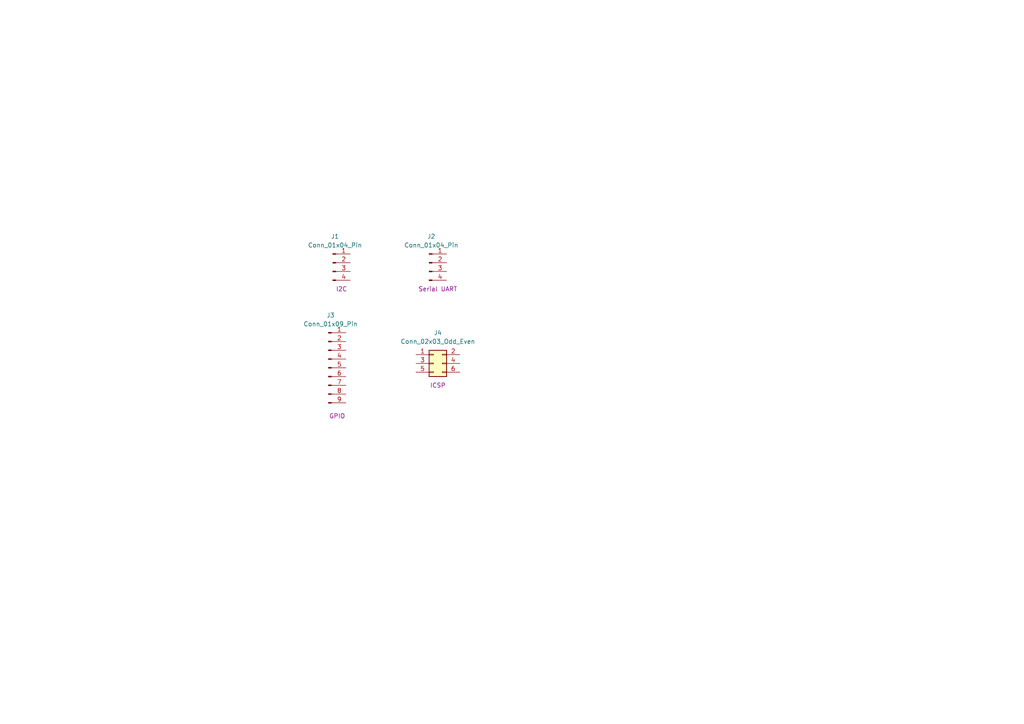
<source format=kicad_sch>
(kicad_sch (version 20250114) (generator "eeschema") (generator_version "9.0")
  (paper "A4")
  (lib_symbols
    (symbol "Connector:Conn_01x04_Pin" (pin_names (offset 1.016) (hide yes))
      (property "Reference" "J" (at 0 5.08 0))
      (property "Value" "Conn_01x04_Pin" (at 0 -7.62 0))
      (symbol "Conn_01x04_Pin_1_1"
        (rectangle (start 0.8636 2.667) (end 0 2.413) (stroke (width 0.1524)) (fill (type outline)))
        (rectangle (start 0.8636 0.127) (end 0 -0.127) (stroke (width 0.1524)) (fill (type outline)))
        (rectangle (start 0.8636 -2.413) (end 0 -2.667) (stroke (width 0.1524)) (fill (type outline)))
        (rectangle (start 0.8636 -4.953) (end 0 -5.207) (stroke (width 0.1524)) (fill (type outline)))
        (polyline (pts (xy 1.27 2.54) (xy 0.8636 2.54)) (stroke (width 0.1524)))
        (polyline (pts (xy 1.27 0) (xy 0.8636 0)) (stroke (width 0.1524)))
        (polyline (pts (xy 1.27 -2.54) (xy 0.8636 -2.54)) (stroke (width 0.1524)))
        (polyline (pts (xy 1.27 -5.08) (xy 0.8636 -5.08)) (stroke (width 0.1524)))
        (pin passive line (at 5.08 2.54 180) (length 3.81) (name "Pin_1") (number "1"))
        (pin passive line (at 5.08 0 180) (length 3.81) (name "Pin_2") (number "2"))
        (pin passive line (at 5.08 -2.54 180) (length 3.81) (name "Pin_3") (number "3"))
        (pin passive line (at 5.08 -5.08 180) (length 3.81) (name "Pin_4") (number "4"))
      )
    )
    (symbol "Connector:Conn_01x09_Pin" (pin_names (offset 1.016) (hide yes))
      (property "Reference" "J" (at 0 12.7 0))
      (property "Value" "Conn_01x09_Pin" (at 0 -12.7 0))
      (symbol "Conn_01x09_Pin_1_1"
        (rectangle (start 0.8636 10.287) (end 0 10.033) (stroke (width 0.1524)) (fill (type outline)))
        (rectangle (start 0.8636 7.747) (end 0 7.493) (stroke (width 0.1524)) (fill (type outline)))
        (rectangle (start 0.8636 5.207) (end 0 4.953) (stroke (width 0.1524)) (fill (type outline)))
        (rectangle (start 0.8636 2.667) (end 0 2.413) (stroke (width 0.1524)) (fill (type outline)))
        (rectangle (start 0.8636 0.127) (end 0 -0.127) (stroke (width 0.1524)) (fill (type outline)))
        (rectangle (start 0.8636 -2.413) (end 0 -2.667) (stroke (width 0.1524)) (fill (type outline)))
        (rectangle (start 0.8636 -4.953) (end 0 -5.207) (stroke (width 0.1524)) (fill (type outline)))
        (rectangle (start 0.8636 -7.493) (end 0 -7.747) (stroke (width 0.1524)) (fill (type outline)))
        (rectangle (start 0.8636 -10.033) (end 0 -10.287) (stroke (width 0.1524)) (fill (type outline)))
        (polyline (pts (xy 1.27 10.16) (xy 0.8636 10.16)) (stroke (width 0.1524)))
        (polyline (pts (xy 1.27 7.62) (xy 0.8636 7.62)) (stroke (width 0.1524)))
        (polyline (pts (xy 1.27 5.08) (xy 0.8636 5.08)) (stroke (width 0.1524)))
        (polyline (pts (xy 1.27 2.54) (xy 0.8636 2.54)) (stroke (width 0.1524)))
        (polyline (pts (xy 1.27 0) (xy 0.8636 0)) (stroke (width 0.1524)))
        (polyline (pts (xy 1.27 -2.54) (xy 0.8636 -2.54)) (stroke (width 0.1524)))
        (polyline (pts (xy 1.27 -5.08) (xy 0.8636 -5.08)) (stroke (width 0.1524)))
        (polyline (pts (xy 1.27 -7.62) (xy 0.8636 -7.62)) (stroke (width 0.1524)))
        (polyline (pts (xy 1.27 -10.16) (xy 0.8636 -10.16)) (stroke (width 0.1524)))
        (pin passive line (at 5.08 10.16 180) (length 3.81) (name "Pin_1") (number "1"))
        (pin passive line (at 5.08 7.62 180) (length 3.81) (name "Pin_2") (number "2"))
        (pin passive line (at 5.08 5.08 180) (length 3.81) (name "Pin_3") (number "3"))
        (pin passive line (at 5.08 2.54 180) (length 3.81) (name "Pin_4") (number "4"))
        (pin passive line (at 5.08 0 180) (length 3.81) (name "Pin_5") (number "5"))
        (pin passive line (at 5.08 -2.54 180) (length 3.81) (name "Pin_6") (number "6"))
        (pin passive line (at 5.08 -5.08 180) (length 3.81) (name "Pin_7") (number "7"))
        (pin passive line (at 5.08 -7.62 180) (length 3.81) (name "Pin_8") (number "8"))
        (pin passive line (at 5.08 -10.16 180) (length 3.81) (name "Pin_9") (number "9"))
      )
    )
    (symbol "Connector_Generic:Conn_02x03_Odd_Even" (pin_names (offset 1.016) (hide yes))
      (property "Reference" "J" (at 1.27 5.08 0))
      (property "Value" "Conn_02x03_Odd_Even" (at 1.27 -5.08 0))
      (symbol "Conn_02x03_Odd_Even_1_1"
        (rectangle (start -1.27 3.81) (end 3.81 -3.81) (stroke (width 0.254)) (fill (type background)))
        (rectangle (start -1.27 2.667) (end 0 2.413) (stroke (width 0.1524)))
        (rectangle (start -1.27 0.127) (end 0 -0.127) (stroke (width 0.1524)))
        (rectangle (start -1.27 -2.413) (end 0 -2.667) (stroke (width 0.1524)))
        (rectangle (start 3.81 2.667) (end 2.54 2.413) (stroke (width 0.1524)))
        (rectangle (start 3.81 0.127) (end 2.54 -0.127) (stroke (width 0.1524)))
        (rectangle (start 3.81 -2.413) (end 2.54 -2.667) (stroke (width 0.1524)))
        (pin passive line (at -5.08 2.54 0) (length 3.81) (name "Pin_1") (number "1"))
        (pin passive line (at -5.08 0 0) (length 3.81) (name "Pin_3") (number "3"))
        (pin passive line (at -5.08 -2.54 0) (length 3.81) (name "Pin_5") (number "5"))
        (pin passive line (at 7.62 2.54 180) (length 3.81) (name "Pin_2") (number "2"))
        (pin passive line (at 7.62 0 180) (length 3.81) (name "Pin_4") (number "4"))
        (pin passive line (at 7.62 -2.54 180) (length 3.81) (name "Pin_6") (number "6"))
      )
    )
  )
  (symbol (lib_id "Connector:Conn_01x04_Pin") (at 96.52 76.2 0) (unit 1)
    (property "Reference" "J1" (at 97.155 68.58 0))
    (property "Value" "Conn_01x04_Pin" (at 97.155 71.12 0))
    (property "Description" "Generic connector, single row, 01x04, script generated" (effects (hide yes)))
    (property "Purpose" "I2C" (at 99.06 83.82 0))
  )
  (symbol (lib_id "Connector_Generic:Conn_02x03_Odd_Even") (at 125.73 105.41 0) (unit 1)
    (property "Reference" "J4" (at 127 96.52 0))
    (property "Value" "Conn_02x03_Odd_Even" (at 127 99.06 0))
    (property "Description" "Generic connector, double row, 02x03, odd/even pin numbering scheme (row 1 odd numbers, row 2 even numbers), script generated (kicad-library-utils/schlib/autogen/connector/)" (effects (hide yes)))
    (property "Purpose" "ICSP" (at 127 111.76 0))
  )
  (symbol (lib_id "Connector:Conn_01x09_Pin") (at 95.25 106.68 0) (unit 1)
    (property "Reference" "J3" (at 95.885 91.44 0))
    (property "Value" "Conn_01x09_Pin" (at 95.885 93.98 0))
    (property "Description" "Generic connector, single row, 01x09, script generated" (effects (hide yes)))
    (property "Purpose" "GPIO" (at 97.79 120.65 0))
  )
  (symbol (lib_id "Connector:Conn_01x04_Pin") (at 124.46 76.2 0) (unit 1)
    (property "Reference" "J2" (at 125.095 68.58 0))
    (property "Value" "Conn_01x04_Pin" (at 125.095 71.12 0))
    (property "Description" "Generic connector, single row, 01x04, script generated" (effects (hide yes)))
    (property "Purpose" "Serial UART" (at 127 83.82 0))
  )
)
</source>
